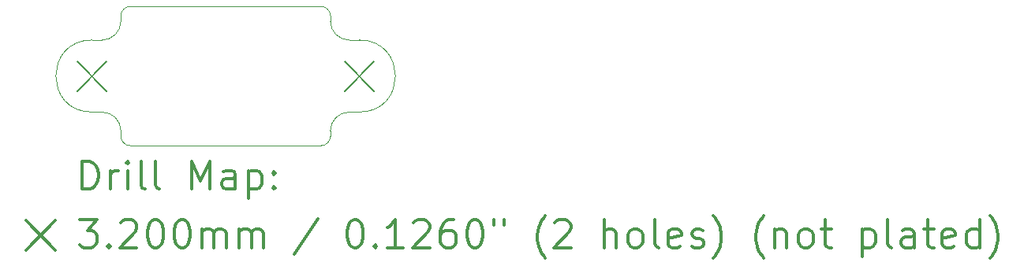
<source format=gbr>
%FSLAX45Y45*%
G04 Gerber Fmt 4.5, Leading zero omitted, Abs format (unit mm)*
G04 Created by KiCad (PCBNEW (5.1.10)-1) date 2021-10-26 19:42:28*
%MOMM*%
%LPD*%
G01*
G04 APERTURE LIST*
%TA.AperFunction,Profile*%
%ADD10C,0.050000*%
%TD*%
%ADD11C,0.200000*%
%ADD12C,0.300000*%
G04 APERTURE END LIST*
D10*
X16363950Y-10463530D02*
X16363950Y-10521950D01*
X16264890Y-10364470D02*
X14260830Y-10364470D01*
X14116050Y-10521950D02*
X14116050Y-10463530D01*
X14116050Y-11761470D02*
X14116050Y-11703050D01*
X16363950Y-11761470D02*
X16363950Y-11703050D01*
X16567150Y-11499850D02*
X16675100Y-11499850D01*
X16675100Y-10725150D02*
X16567150Y-10725150D01*
X13912850Y-10725150D02*
X13804900Y-10725150D01*
X13912850Y-11499850D02*
X13804900Y-11499850D01*
X13912850Y-11499850D02*
G75*
G02*
X14116050Y-11703050I0J-203200D01*
G01*
X14116050Y-10521950D02*
G75*
G02*
X13912850Y-10725150I-203200J0D01*
G01*
X16567150Y-10725150D02*
G75*
G02*
X16363950Y-10521950I0J203200D01*
G01*
X16363950Y-11703050D02*
G75*
G02*
X16567150Y-11499850I203200J0D01*
G01*
X16675100Y-10725150D02*
G75*
G02*
X16675100Y-11499850I0J-387350D01*
G01*
X13804900Y-11499850D02*
G75*
G02*
X13804900Y-10725150I0J387350D01*
G01*
X14215110Y-11860530D02*
X16219170Y-11860530D01*
X14215110Y-11860530D02*
G75*
G02*
X14116050Y-11761470I0J99060D01*
G01*
X16363950Y-11761470D02*
G75*
G02*
X16264890Y-11860530I-99060J0D01*
G01*
X16219170Y-11860530D02*
X16264890Y-11860530D01*
X14260830Y-10364470D02*
X14215110Y-10364470D01*
X14116050Y-10463530D02*
G75*
G02*
X14215110Y-10364470I99060J0D01*
G01*
X16264890Y-10364470D02*
G75*
G02*
X16363950Y-10463530I0J-99060D01*
G01*
D11*
X13644900Y-10952500D02*
X13964900Y-11272500D01*
X13964900Y-10952500D02*
X13644900Y-11272500D01*
X16515100Y-10952500D02*
X16835100Y-11272500D01*
X16835100Y-10952500D02*
X16515100Y-11272500D01*
D12*
X13701478Y-12328744D02*
X13701478Y-12028744D01*
X13772907Y-12028744D01*
X13815764Y-12043030D01*
X13844336Y-12071601D01*
X13858621Y-12100173D01*
X13872907Y-12157316D01*
X13872907Y-12200173D01*
X13858621Y-12257316D01*
X13844336Y-12285887D01*
X13815764Y-12314459D01*
X13772907Y-12328744D01*
X13701478Y-12328744D01*
X14001478Y-12328744D02*
X14001478Y-12128744D01*
X14001478Y-12185887D02*
X14015764Y-12157316D01*
X14030050Y-12143030D01*
X14058621Y-12128744D01*
X14087193Y-12128744D01*
X14187193Y-12328744D02*
X14187193Y-12128744D01*
X14187193Y-12028744D02*
X14172907Y-12043030D01*
X14187193Y-12057316D01*
X14201478Y-12043030D01*
X14187193Y-12028744D01*
X14187193Y-12057316D01*
X14372907Y-12328744D02*
X14344336Y-12314459D01*
X14330050Y-12285887D01*
X14330050Y-12028744D01*
X14530050Y-12328744D02*
X14501478Y-12314459D01*
X14487193Y-12285887D01*
X14487193Y-12028744D01*
X14872907Y-12328744D02*
X14872907Y-12028744D01*
X14972907Y-12243030D01*
X15072907Y-12028744D01*
X15072907Y-12328744D01*
X15344336Y-12328744D02*
X15344336Y-12171601D01*
X15330050Y-12143030D01*
X15301478Y-12128744D01*
X15244336Y-12128744D01*
X15215764Y-12143030D01*
X15344336Y-12314459D02*
X15315764Y-12328744D01*
X15244336Y-12328744D01*
X15215764Y-12314459D01*
X15201478Y-12285887D01*
X15201478Y-12257316D01*
X15215764Y-12228744D01*
X15244336Y-12214459D01*
X15315764Y-12214459D01*
X15344336Y-12200173D01*
X15487193Y-12128744D02*
X15487193Y-12428744D01*
X15487193Y-12143030D02*
X15515764Y-12128744D01*
X15572907Y-12128744D01*
X15601478Y-12143030D01*
X15615764Y-12157316D01*
X15630050Y-12185887D01*
X15630050Y-12271601D01*
X15615764Y-12300173D01*
X15601478Y-12314459D01*
X15572907Y-12328744D01*
X15515764Y-12328744D01*
X15487193Y-12314459D01*
X15758621Y-12300173D02*
X15772907Y-12314459D01*
X15758621Y-12328744D01*
X15744336Y-12314459D01*
X15758621Y-12300173D01*
X15758621Y-12328744D01*
X15758621Y-12143030D02*
X15772907Y-12157316D01*
X15758621Y-12171601D01*
X15744336Y-12157316D01*
X15758621Y-12143030D01*
X15758621Y-12171601D01*
X13095050Y-12663030D02*
X13415050Y-12983030D01*
X13415050Y-12663030D02*
X13095050Y-12983030D01*
X13672907Y-12658744D02*
X13858621Y-12658744D01*
X13758621Y-12773030D01*
X13801478Y-12773030D01*
X13830050Y-12787316D01*
X13844336Y-12801601D01*
X13858621Y-12830173D01*
X13858621Y-12901601D01*
X13844336Y-12930173D01*
X13830050Y-12944459D01*
X13801478Y-12958744D01*
X13715764Y-12958744D01*
X13687193Y-12944459D01*
X13672907Y-12930173D01*
X13987193Y-12930173D02*
X14001478Y-12944459D01*
X13987193Y-12958744D01*
X13972907Y-12944459D01*
X13987193Y-12930173D01*
X13987193Y-12958744D01*
X14115764Y-12687316D02*
X14130050Y-12673030D01*
X14158621Y-12658744D01*
X14230050Y-12658744D01*
X14258621Y-12673030D01*
X14272907Y-12687316D01*
X14287193Y-12715887D01*
X14287193Y-12744459D01*
X14272907Y-12787316D01*
X14101478Y-12958744D01*
X14287193Y-12958744D01*
X14472907Y-12658744D02*
X14501478Y-12658744D01*
X14530050Y-12673030D01*
X14544336Y-12687316D01*
X14558621Y-12715887D01*
X14572907Y-12773030D01*
X14572907Y-12844459D01*
X14558621Y-12901601D01*
X14544336Y-12930173D01*
X14530050Y-12944459D01*
X14501478Y-12958744D01*
X14472907Y-12958744D01*
X14444336Y-12944459D01*
X14430050Y-12930173D01*
X14415764Y-12901601D01*
X14401478Y-12844459D01*
X14401478Y-12773030D01*
X14415764Y-12715887D01*
X14430050Y-12687316D01*
X14444336Y-12673030D01*
X14472907Y-12658744D01*
X14758621Y-12658744D02*
X14787193Y-12658744D01*
X14815764Y-12673030D01*
X14830050Y-12687316D01*
X14844336Y-12715887D01*
X14858621Y-12773030D01*
X14858621Y-12844459D01*
X14844336Y-12901601D01*
X14830050Y-12930173D01*
X14815764Y-12944459D01*
X14787193Y-12958744D01*
X14758621Y-12958744D01*
X14730050Y-12944459D01*
X14715764Y-12930173D01*
X14701478Y-12901601D01*
X14687193Y-12844459D01*
X14687193Y-12773030D01*
X14701478Y-12715887D01*
X14715764Y-12687316D01*
X14730050Y-12673030D01*
X14758621Y-12658744D01*
X14987193Y-12958744D02*
X14987193Y-12758744D01*
X14987193Y-12787316D02*
X15001478Y-12773030D01*
X15030050Y-12758744D01*
X15072907Y-12758744D01*
X15101478Y-12773030D01*
X15115764Y-12801601D01*
X15115764Y-12958744D01*
X15115764Y-12801601D02*
X15130050Y-12773030D01*
X15158621Y-12758744D01*
X15201478Y-12758744D01*
X15230050Y-12773030D01*
X15244336Y-12801601D01*
X15244336Y-12958744D01*
X15387193Y-12958744D02*
X15387193Y-12758744D01*
X15387193Y-12787316D02*
X15401478Y-12773030D01*
X15430050Y-12758744D01*
X15472907Y-12758744D01*
X15501478Y-12773030D01*
X15515764Y-12801601D01*
X15515764Y-12958744D01*
X15515764Y-12801601D02*
X15530050Y-12773030D01*
X15558621Y-12758744D01*
X15601478Y-12758744D01*
X15630050Y-12773030D01*
X15644336Y-12801601D01*
X15644336Y-12958744D01*
X16230050Y-12644459D02*
X15972907Y-13030173D01*
X16615764Y-12658744D02*
X16644336Y-12658744D01*
X16672907Y-12673030D01*
X16687193Y-12687316D01*
X16701478Y-12715887D01*
X16715764Y-12773030D01*
X16715764Y-12844459D01*
X16701478Y-12901601D01*
X16687193Y-12930173D01*
X16672907Y-12944459D01*
X16644336Y-12958744D01*
X16615764Y-12958744D01*
X16587193Y-12944459D01*
X16572907Y-12930173D01*
X16558621Y-12901601D01*
X16544336Y-12844459D01*
X16544336Y-12773030D01*
X16558621Y-12715887D01*
X16572907Y-12687316D01*
X16587193Y-12673030D01*
X16615764Y-12658744D01*
X16844336Y-12930173D02*
X16858621Y-12944459D01*
X16844336Y-12958744D01*
X16830050Y-12944459D01*
X16844336Y-12930173D01*
X16844336Y-12958744D01*
X17144336Y-12958744D02*
X16972907Y-12958744D01*
X17058621Y-12958744D02*
X17058621Y-12658744D01*
X17030050Y-12701601D01*
X17001478Y-12730173D01*
X16972907Y-12744459D01*
X17258621Y-12687316D02*
X17272907Y-12673030D01*
X17301478Y-12658744D01*
X17372907Y-12658744D01*
X17401478Y-12673030D01*
X17415764Y-12687316D01*
X17430050Y-12715887D01*
X17430050Y-12744459D01*
X17415764Y-12787316D01*
X17244336Y-12958744D01*
X17430050Y-12958744D01*
X17687193Y-12658744D02*
X17630050Y-12658744D01*
X17601478Y-12673030D01*
X17587193Y-12687316D01*
X17558621Y-12730173D01*
X17544336Y-12787316D01*
X17544336Y-12901601D01*
X17558621Y-12930173D01*
X17572907Y-12944459D01*
X17601478Y-12958744D01*
X17658621Y-12958744D01*
X17687193Y-12944459D01*
X17701478Y-12930173D01*
X17715764Y-12901601D01*
X17715764Y-12830173D01*
X17701478Y-12801601D01*
X17687193Y-12787316D01*
X17658621Y-12773030D01*
X17601478Y-12773030D01*
X17572907Y-12787316D01*
X17558621Y-12801601D01*
X17544336Y-12830173D01*
X17901478Y-12658744D02*
X17930050Y-12658744D01*
X17958621Y-12673030D01*
X17972907Y-12687316D01*
X17987193Y-12715887D01*
X18001478Y-12773030D01*
X18001478Y-12844459D01*
X17987193Y-12901601D01*
X17972907Y-12930173D01*
X17958621Y-12944459D01*
X17930050Y-12958744D01*
X17901478Y-12958744D01*
X17872907Y-12944459D01*
X17858621Y-12930173D01*
X17844336Y-12901601D01*
X17830050Y-12844459D01*
X17830050Y-12773030D01*
X17844336Y-12715887D01*
X17858621Y-12687316D01*
X17872907Y-12673030D01*
X17901478Y-12658744D01*
X18115764Y-12658744D02*
X18115764Y-12715887D01*
X18230050Y-12658744D02*
X18230050Y-12715887D01*
X18672907Y-13073030D02*
X18658621Y-13058744D01*
X18630050Y-13015887D01*
X18615764Y-12987316D01*
X18601478Y-12944459D01*
X18587193Y-12873030D01*
X18587193Y-12815887D01*
X18601478Y-12744459D01*
X18615764Y-12701601D01*
X18630050Y-12673030D01*
X18658621Y-12630173D01*
X18672907Y-12615887D01*
X18772907Y-12687316D02*
X18787193Y-12673030D01*
X18815764Y-12658744D01*
X18887193Y-12658744D01*
X18915764Y-12673030D01*
X18930050Y-12687316D01*
X18944336Y-12715887D01*
X18944336Y-12744459D01*
X18930050Y-12787316D01*
X18758621Y-12958744D01*
X18944336Y-12958744D01*
X19301478Y-12958744D02*
X19301478Y-12658744D01*
X19430050Y-12958744D02*
X19430050Y-12801601D01*
X19415764Y-12773030D01*
X19387193Y-12758744D01*
X19344336Y-12758744D01*
X19315764Y-12773030D01*
X19301478Y-12787316D01*
X19615764Y-12958744D02*
X19587193Y-12944459D01*
X19572907Y-12930173D01*
X19558621Y-12901601D01*
X19558621Y-12815887D01*
X19572907Y-12787316D01*
X19587193Y-12773030D01*
X19615764Y-12758744D01*
X19658621Y-12758744D01*
X19687193Y-12773030D01*
X19701478Y-12787316D01*
X19715764Y-12815887D01*
X19715764Y-12901601D01*
X19701478Y-12930173D01*
X19687193Y-12944459D01*
X19658621Y-12958744D01*
X19615764Y-12958744D01*
X19887193Y-12958744D02*
X19858621Y-12944459D01*
X19844336Y-12915887D01*
X19844336Y-12658744D01*
X20115764Y-12944459D02*
X20087193Y-12958744D01*
X20030050Y-12958744D01*
X20001478Y-12944459D01*
X19987193Y-12915887D01*
X19987193Y-12801601D01*
X20001478Y-12773030D01*
X20030050Y-12758744D01*
X20087193Y-12758744D01*
X20115764Y-12773030D01*
X20130050Y-12801601D01*
X20130050Y-12830173D01*
X19987193Y-12858744D01*
X20244336Y-12944459D02*
X20272907Y-12958744D01*
X20330050Y-12958744D01*
X20358621Y-12944459D01*
X20372907Y-12915887D01*
X20372907Y-12901601D01*
X20358621Y-12873030D01*
X20330050Y-12858744D01*
X20287193Y-12858744D01*
X20258621Y-12844459D01*
X20244336Y-12815887D01*
X20244336Y-12801601D01*
X20258621Y-12773030D01*
X20287193Y-12758744D01*
X20330050Y-12758744D01*
X20358621Y-12773030D01*
X20472907Y-13073030D02*
X20487193Y-13058744D01*
X20515764Y-13015887D01*
X20530050Y-12987316D01*
X20544336Y-12944459D01*
X20558621Y-12873030D01*
X20558621Y-12815887D01*
X20544336Y-12744459D01*
X20530050Y-12701601D01*
X20515764Y-12673030D01*
X20487193Y-12630173D01*
X20472907Y-12615887D01*
X21015764Y-13073030D02*
X21001478Y-13058744D01*
X20972907Y-13015887D01*
X20958621Y-12987316D01*
X20944336Y-12944459D01*
X20930050Y-12873030D01*
X20930050Y-12815887D01*
X20944336Y-12744459D01*
X20958621Y-12701601D01*
X20972907Y-12673030D01*
X21001478Y-12630173D01*
X21015764Y-12615887D01*
X21130050Y-12758744D02*
X21130050Y-12958744D01*
X21130050Y-12787316D02*
X21144336Y-12773030D01*
X21172907Y-12758744D01*
X21215764Y-12758744D01*
X21244336Y-12773030D01*
X21258621Y-12801601D01*
X21258621Y-12958744D01*
X21444336Y-12958744D02*
X21415764Y-12944459D01*
X21401478Y-12930173D01*
X21387193Y-12901601D01*
X21387193Y-12815887D01*
X21401478Y-12787316D01*
X21415764Y-12773030D01*
X21444336Y-12758744D01*
X21487193Y-12758744D01*
X21515764Y-12773030D01*
X21530050Y-12787316D01*
X21544336Y-12815887D01*
X21544336Y-12901601D01*
X21530050Y-12930173D01*
X21515764Y-12944459D01*
X21487193Y-12958744D01*
X21444336Y-12958744D01*
X21630050Y-12758744D02*
X21744336Y-12758744D01*
X21672907Y-12658744D02*
X21672907Y-12915887D01*
X21687193Y-12944459D01*
X21715764Y-12958744D01*
X21744336Y-12958744D01*
X22072907Y-12758744D02*
X22072907Y-13058744D01*
X22072907Y-12773030D02*
X22101478Y-12758744D01*
X22158621Y-12758744D01*
X22187193Y-12773030D01*
X22201478Y-12787316D01*
X22215764Y-12815887D01*
X22215764Y-12901601D01*
X22201478Y-12930173D01*
X22187193Y-12944459D01*
X22158621Y-12958744D01*
X22101478Y-12958744D01*
X22072907Y-12944459D01*
X22387193Y-12958744D02*
X22358621Y-12944459D01*
X22344336Y-12915887D01*
X22344336Y-12658744D01*
X22630050Y-12958744D02*
X22630050Y-12801601D01*
X22615764Y-12773030D01*
X22587193Y-12758744D01*
X22530050Y-12758744D01*
X22501478Y-12773030D01*
X22630050Y-12944459D02*
X22601478Y-12958744D01*
X22530050Y-12958744D01*
X22501478Y-12944459D01*
X22487193Y-12915887D01*
X22487193Y-12887316D01*
X22501478Y-12858744D01*
X22530050Y-12844459D01*
X22601478Y-12844459D01*
X22630050Y-12830173D01*
X22730050Y-12758744D02*
X22844336Y-12758744D01*
X22772907Y-12658744D02*
X22772907Y-12915887D01*
X22787193Y-12944459D01*
X22815764Y-12958744D01*
X22844336Y-12958744D01*
X23058621Y-12944459D02*
X23030050Y-12958744D01*
X22972907Y-12958744D01*
X22944336Y-12944459D01*
X22930050Y-12915887D01*
X22930050Y-12801601D01*
X22944336Y-12773030D01*
X22972907Y-12758744D01*
X23030050Y-12758744D01*
X23058621Y-12773030D01*
X23072907Y-12801601D01*
X23072907Y-12830173D01*
X22930050Y-12858744D01*
X23330050Y-12958744D02*
X23330050Y-12658744D01*
X23330050Y-12944459D02*
X23301478Y-12958744D01*
X23244336Y-12958744D01*
X23215764Y-12944459D01*
X23201478Y-12930173D01*
X23187193Y-12901601D01*
X23187193Y-12815887D01*
X23201478Y-12787316D01*
X23215764Y-12773030D01*
X23244336Y-12758744D01*
X23301478Y-12758744D01*
X23330050Y-12773030D01*
X23444336Y-13073030D02*
X23458621Y-13058744D01*
X23487193Y-13015887D01*
X23501478Y-12987316D01*
X23515764Y-12944459D01*
X23530050Y-12873030D01*
X23530050Y-12815887D01*
X23515764Y-12744459D01*
X23501478Y-12701601D01*
X23487193Y-12673030D01*
X23458621Y-12630173D01*
X23444336Y-12615887D01*
M02*

</source>
